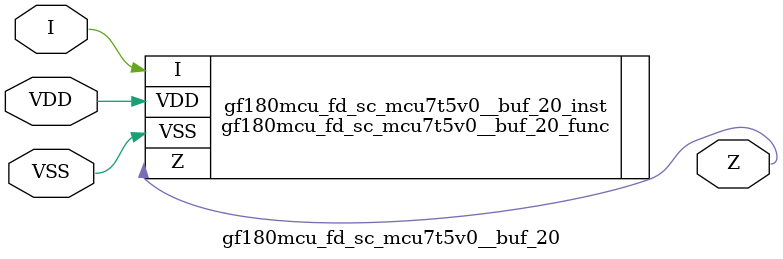
<source format=v>

module gf180mcu_fd_sc_mcu7t5v0__buf_20( I, Z, VDD, VSS );
input I;
inout VDD, VSS;
output Z;

   `ifdef FUNCTIONAL  //  functional //

	gf180mcu_fd_sc_mcu7t5v0__buf_20_func gf180mcu_fd_sc_mcu7t5v0__buf_20_behav_inst(.I(I),.Z(Z),.VDD(VDD),.VSS(VSS));

   `else

	gf180mcu_fd_sc_mcu7t5v0__buf_20_func gf180mcu_fd_sc_mcu7t5v0__buf_20_inst(.I(I),.Z(Z),.VDD(VDD),.VSS(VSS));

	// spec_gates_begin


	// spec_gates_end



   specify

	// specify_block_begin

	// comb arc I --> Z
	 (I => Z) = (1.0,1.0);

	// specify_block_end

   endspecify

   `endif

endmodule

</source>
